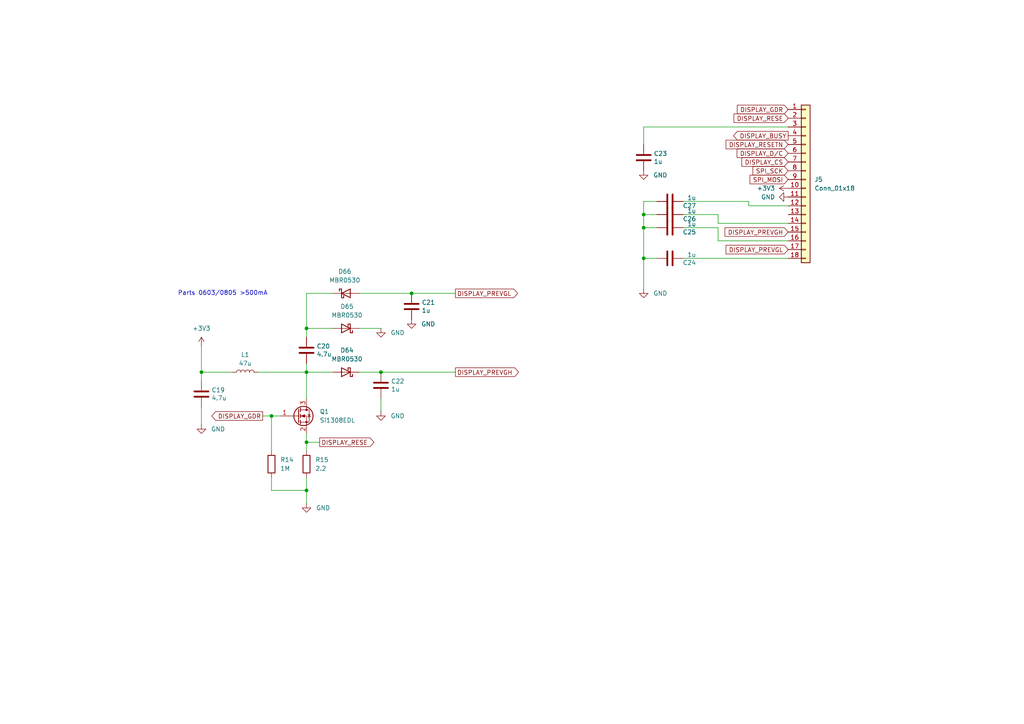
<source format=kicad_sch>
(kicad_sch (version 20250114) (generator "eeschema") (generator_version "9.0")
  (paper "A4")
  (lib_symbols
    (symbol "Connector_Generic:Conn_01x18" (pin_names (offset 1.016) (hide yes))
      (property "Reference" "J" (at 0 22.86 0))
      (property "Value" "Conn_01x18" (at 0 -25.4 0))
      (symbol "Conn_01x18_1_1"
        (rectangle (start -1.27 21.59) (end 1.27 -24.13) (stroke (width 0.254)) (fill (type background)))
        (rectangle (start -1.27 20.447) (end 0 20.193) (stroke (width 0.1524)))
        (rectangle (start -1.27 17.907) (end 0 17.653) (stroke (width 0.1524)))
        (rectangle (start -1.27 15.367) (end 0 15.113) (stroke (width 0.1524)))
        (rectangle (start -1.27 12.827) (end 0 12.573) (stroke (width 0.1524)))
        (rectangle (start -1.27 10.287) (end 0 10.033) (stroke (width 0.1524)))
        (rectangle (start -1.27 7.747) (end 0 7.493) (stroke (width 0.1524)))
        (rectangle (start -1.27 5.207) (end 0 4.953) (stroke (width 0.1524)))
        (rectangle (start -1.27 2.667) (end 0 2.413) (stroke (width 0.1524)))
        (rectangle (start -1.27 0.127) (end 0 -0.127) (stroke (width 0.1524)))
        (rectangle (start -1.27 -2.413) (end 0 -2.667) (stroke (width 0.1524)))
        (rectangle (start -1.27 -4.953) (end 0 -5.207) (stroke (width 0.1524)))
        (rectangle (start -1.27 -7.493) (end 0 -7.747) (stroke (width 0.1524)))
        (rectangle (start -1.27 -10.033) (end 0 -10.287) (stroke (width 0.1524)))
        (rectangle (start -1.27 -12.573) (end 0 -12.827) (stroke (width 0.1524)))
        (rectangle (start -1.27 -15.113) (end 0 -15.367) (stroke (width 0.1524)))
        (rectangle (start -1.27 -17.653) (end 0 -17.907) (stroke (width 0.1524)))
        (rectangle (start -1.27 -20.193) (end 0 -20.447) (stroke (width 0.1524)))
        (rectangle (start -1.27 -22.733) (end 0 -22.987) (stroke (width 0.1524)))
        (pin passive line (at -5.08 20.32 0) (length 3.81) (name "Pin_1") (number "1"))
        (pin passive line (at -5.08 17.78 0) (length 3.81) (name "Pin_2") (number "2"))
        (pin passive line (at -5.08 15.24 0) (length 3.81) (name "Pin_3") (number "3"))
        (pin passive line (at -5.08 12.7 0) (length 3.81) (name "Pin_4") (number "4"))
        (pin passive line (at -5.08 10.16 0) (length 3.81) (name "Pin_5") (number "5"))
        (pin passive line (at -5.08 7.62 0) (length 3.81) (name "Pin_6") (number "6"))
        (pin passive line (at -5.08 5.08 0) (length 3.81) (name "Pin_7") (number "7"))
        (pin passive line (at -5.08 2.54 0) (length 3.81) (name "Pin_8") (number "8"))
        (pin passive line (at -5.08 0 0) (length 3.81) (name "Pin_9") (number "9"))
        (pin passive line (at -5.08 -2.54 0) (length 3.81) (name "Pin_10") (number "10"))
        (pin passive line (at -5.08 -5.08 0) (length 3.81) (name "Pin_11") (number "11"))
        (pin passive line (at -5.08 -7.62 0) (length 3.81) (name "Pin_12") (number "12"))
        (pin passive line (at -5.08 -10.16 0) (length 3.81) (name "Pin_13") (number "13"))
        (pin passive line (at -5.08 -12.7 0) (length 3.81) (name "Pin_14") (number "14"))
        (pin passive line (at -5.08 -15.24 0) (length 3.81) (name "Pin_15") (number "15"))
        (pin passive line (at -5.08 -17.78 0) (length 3.81) (name "Pin_16") (number "16"))
        (pin passive line (at -5.08 -20.32 0) (length 3.81) (name "Pin_17") (number "17"))
        (pin passive line (at -5.08 -22.86 0) (length 3.81) (name "Pin_18") (number "18"))
      )
    )
    (symbol "Device:C" (pin_numbers (hide yes)) (pin_names (offset 0.254))
      (property "Reference" "C" (at 0.635 2.54 0))
      (property "Value" "C" (at 0.635 -2.54 0))
      (symbol "C_0_1"
        (polyline (pts (xy -2.032 0.762) (xy 2.032 0.762)) (stroke (width 0.508)))
        (polyline (pts (xy -2.032 -0.762) (xy 2.032 -0.762)) (stroke (width 0.508)))
      )
      (symbol "C_1_1"
        (pin passive line (at 0 3.81 270) (length 2.794) (name "~") (number "1"))
        (pin passive line (at 0 -3.81 90) (length 2.794) (name "~") (number "2"))
      )
    )
    (symbol "Device:L" (pin_numbers (hide yes)) (pin_names (offset 1.016) (hide yes))
      (property "Reference" "L" (at -1.27 0 90))
      (property "Value" "L" (at 1.905 0 90))
      (symbol "L_0_1"
        (arc (start 0 2.54) (mid 0.6323 1.905) (end 0 1.27))
        (arc (start 0 1.27) (mid 0.6323 0.635) (end 0 0))
        (arc (start 0 0) (mid 0.6323 -0.635) (end 0 -1.27))
        (arc (start 0 -1.27) (mid 0.6323 -1.905) (end 0 -2.54))
      )
      (symbol "L_1_1"
        (pin passive line (at 0 3.81 270) (length 1.27) (name "1") (number "1"))
        (pin passive line (at 0 -3.81 90) (length 1.27) (name "2") (number "2"))
      )
    )
    (symbol "Device:R" (pin_numbers (hide yes)) (pin_names (offset 0))
      (property "Reference" "R" (at 2.032 0 90))
      (property "Value" "R" (at 0 0 90))
      (symbol "R_0_1"
        (rectangle (start -1.016 -2.54) (end 1.016 2.54) (stroke (width 0.254)))
      )
      (symbol "R_1_1"
        (pin passive line (at 0 3.81 270) (length 1.27) (name "~") (number "1"))
        (pin passive line (at 0 -3.81 90) (length 1.27) (name "~") (number "2"))
      )
    )
    (symbol "Diode:MBR0530" (pin_numbers (hide yes)) (pin_names (offset 1.016) (hide yes))
      (property "Reference" "D" (at 0 2.54 0))
      (property "Value" "MBR0530" (at 0 -2.54 0))
      (symbol "MBR0530_0_1"
        (polyline (pts (xy -1.905 0.635) (xy -1.905 1.27) (xy -1.27 1.27) (xy -1.27 -1.27) (xy -0.635 -1.27) (xy -0.635 -0.635)) (stroke (width 0.254)))
        (polyline (pts (xy 1.27 1.27) (xy 1.27 -1.27) (xy -1.27 0) (xy 1.27 1.27)) (stroke (width 0.254)))
        (polyline (pts (xy 1.27 0) (xy -1.27 0)))
      )
      (symbol "MBR0530_1_1"
        (pin passive line (at -3.81 0 0) (length 2.54) (name "K") (number "1"))
        (pin passive line (at 3.81 0 180) (length 2.54) (name "A") (number "2"))
      )
    )
    (symbol "GND_1" (power) (pin_numbers (hide yes)) (pin_names (offset 0) (hide yes))
      (property "Value" "GND" (at 0 -3.81 0))
      (symbol "GND_1_0_1"
        (polyline (pts (xy 0 0) (xy 0 -1.27) (xy 1.27 -1.27) (xy 0 -2.54) (xy -1.27 -1.27) (xy 0 -1.27)))
      )
      (symbol "GND_1_1_1"
        (pin power_in line (at 0 0 270) (length 0) (name "~") (number "1"))
      )
    )
    (symbol "Transistor_FET:Si1308EDL" (pin_names (offset 0) (hide yes))
      (property "Reference" "Q" (at 5.08 1.905 0))
      (property "Value" "Si1308EDL" (at 5.08 0 0))
      (symbol "Si1308EDL_0_1"
        (polyline (pts (xy 0.254 1.905) (xy 0.254 -1.905)) (stroke (width 0.254)))
        (polyline (pts (xy 0.254 0) (xy -2.54 0)))
        (polyline (pts (xy 0.762 2.286) (xy 0.762 1.27)) (stroke (width 0.254)))
        (polyline (pts (xy 0.762 0.508) (xy 0.762 -0.508)) (stroke (width 0.254)))
        (polyline (pts (xy 0.762 -1.27) (xy 0.762 -2.286)) (stroke (width 0.254)))
        (polyline (pts (xy 0.762 -1.778) (xy 3.302 -1.778) (xy 3.302 1.778) (xy 0.762 1.778)))
        (polyline (pts (xy 1.016 0) (xy 2.032 0.381) (xy 2.032 -0.381) (xy 1.016 0)) (fill (type outline)))
        (circle (center 1.651 0) (radius 2.794) (stroke (width 0.254)))
        (polyline (pts (xy 2.54 2.54) (xy 2.54 1.778)))
        (circle (center 2.54 1.778) (radius 0.254) (fill (type outline)))
        (circle (center 2.54 -1.778) (radius 0.254) (fill (type outline)))
        (polyline (pts (xy 2.54 -2.54) (xy 2.54 0) (xy 0.762 0)))
        (polyline (pts (xy 2.921 0.381) (xy 3.683 0.381)))
        (polyline (pts (xy 3.302 0.381) (xy 2.921 -0.254) (xy 3.683 -0.254) (xy 3.302 0.381)))
      )
      (symbol "Si1308EDL_1_1"
        (pin input line (at -5.08 0 0) (length 2.54) (name "G") (number "1"))
        (pin passive line (at 2.54 5.08 270) (length 2.54) (name "D") (number "3"))
        (pin passive line (at 2.54 -5.08 90) (length 2.54) (name "S") (number "2"))
      )
    )
    (symbol "power:+3V3" (power) (pin_names (offset 0))
      (property "Value" "+3V3" (at 0 3.556 0))
      (symbol "+3V3_0_1"
        (polyline (pts (xy -0.762 1.27) (xy 0 2.54)))
        (polyline (pts (xy 0 2.54) (xy 0.762 1.27)))
        (polyline (pts (xy 0 0) (xy 0 2.54)))
      )
      (symbol "+3V3_1_1"
        (pin power_in line (at 0 0 90) (length 0) (hide yes) (name "+3V3") (number "1"))
      )
    )
  )
  (text "Parts 0603/0805 >500mA" (at 51.562 85.852 0) (effects (font (size 1.27 1.27)) (justify left bottom)))
  (junction (at 110.49 107.95))
  (junction (at 119.38 85.09))
  (junction (at 88.9 128.27))
  (junction (at 88.9 95.25))
  (junction (at 186.69 74.93))
  (junction (at 88.9 107.95))
  (junction (at 58.42 107.95))
  (junction (at 186.69 62.23))
  (junction (at 88.9 142.24))
  (junction (at 186.69 66.04))
  (junction (at 78.74 120.65))
  (wire (pts (xy 88.9 125.73) (xy 88.9 128.27)))
  (wire (pts (xy 88.9 95.25) (xy 88.9 97.79)))
  (wire (pts (xy 186.69 66.04) (xy 190.5 66.04)))
  (wire (pts (xy 186.69 66.04) (xy 186.69 74.93)))
  (wire (pts (xy 58.42 107.95) (xy 58.42 110.49)))
  (wire (pts (xy 88.9 85.09) (xy 88.9 95.25)))
  (wire (pts (xy 96.52 95.25) (xy 88.9 95.25)))
  (wire (pts (xy 96.52 85.09) (xy 88.9 85.09)))
  (wire (pts (xy 58.42 118.11) (xy 58.42 123.19)))
  (wire (pts (xy 228.6 74.93) (xy 198.12 74.93)))
  (wire (pts (xy 119.38 85.09) (xy 132.08 85.09)))
  (wire (pts (xy 88.9 142.24) (xy 88.9 146.05)))
  (wire (pts (xy 104.14 95.25) (xy 110.49 95.25)))
  (wire (pts (xy 186.69 62.23) (xy 186.69 66.04)))
  (wire (pts (xy 208.28 64.77) (xy 228.6 64.77)))
  (wire (pts (xy 67.31 107.95) (xy 58.42 107.95)))
  (wire (pts (xy 76.2 120.65) (xy 78.74 120.65)))
  (wire (pts (xy 78.74 120.65) (xy 78.74 130.81)))
  (wire (pts (xy 228.6 69.85) (xy 208.28 69.85)))
  (wire (pts (xy 208.28 66.04) (xy 198.12 66.04)))
  (wire (pts (xy 186.69 62.23) (xy 190.5 62.23)))
  (wire (pts (xy 88.9 107.95) (xy 96.52 107.95)))
  (wire (pts (xy 58.42 107.95) (xy 58.42 100.33)))
  (wire (pts (xy 186.69 58.42) (xy 190.5 58.42)))
  (wire (pts (xy 104.14 107.95) (xy 110.49 107.95)))
  (wire (pts (xy 78.74 138.43) (xy 78.74 142.24)))
  (wire (pts (xy 186.69 58.42) (xy 186.69 62.23)))
  (wire (pts (xy 88.9 128.27) (xy 92.71 128.27)))
  (wire (pts (xy 88.9 142.24) (xy 88.9 138.43)))
  (wire (pts (xy 110.49 107.95) (xy 132.08 107.95)))
  (wire (pts (xy 198.12 62.23) (xy 208.28 62.23)))
  (wire (pts (xy 186.69 36.83) (xy 186.69 41.91)))
  (wire (pts (xy 190.5 74.93) (xy 186.69 74.93)))
  (wire (pts (xy 228.6 36.83) (xy 186.69 36.83)))
  (wire (pts (xy 88.9 105.41) (xy 88.9 107.95)))
  (wire (pts (xy 110.49 115.57) (xy 110.49 119.38)))
  (wire (pts (xy 228.6 59.69) (xy 217.17 59.69)))
  (wire (pts (xy 74.93 107.95) (xy 88.9 107.95)))
  (wire (pts (xy 88.9 128.27) (xy 88.9 130.81)))
  (wire (pts (xy 88.9 107.95) (xy 88.9 115.57)))
  (wire (pts (xy 104.14 85.09) (xy 119.38 85.09)))
  (wire (pts (xy 198.12 58.42) (xy 217.17 58.42)))
  (wire (pts (xy 217.17 58.42) (xy 217.17 59.69)))
  (wire (pts (xy 208.28 69.85) (xy 208.28 66.04)))
  (wire (pts (xy 186.69 74.93) (xy 186.69 83.82)))
  (wire (pts (xy 78.74 120.65) (xy 81.28 120.65)))
  (wire (pts (xy 208.28 62.23) (xy 208.28 64.77)))
  (wire (pts (xy 78.74 142.24) (xy 88.9 142.24)))
  (global_label "DISPLAY_RESE" (shape output) (at 92.71 128.27 0) (property "Intersheetrefs" "${INTERSHEET_REFS}" (effects (hide yes))))
  (global_label "SPI_SCK" (shape input) (at 228.6 49.53 180) (property "Intersheetrefs" "${INTERSHEET_REFS}" (effects (hide yes))))
  (global_label "DISPLAY_PREVGL" (shape input) (at 228.6 72.39 180) (property "Intersheetrefs" "${INTERSHEET_REFS}" (effects (hide yes))))
  (global_label "DISPLAY_PREVGH" (shape input) (at 228.6 67.31 180) (property "Intersheetrefs" "${INTERSHEET_REFS}" (effects (hide yes))))
  (global_label "DISPLAY_D{slash}C" (shape input) (at 228.6 44.45 180) (property "Intersheetrefs" "${INTERSHEET_REFS}" (effects (hide yes))))
  (global_label "DISPLAY_GDR" (shape input) (at 228.6 31.75 180) (property "Intersheetrefs" "${INTERSHEET_REFS}" (effects (hide yes))))
  (global_label "DISPLAY_CS" (shape input) (at 228.6 46.99 180) (property "Intersheetrefs" "${INTERSHEET_REFS}" (effects (hide yes))))
  (global_label "DISPLAY_RESETN" (shape input) (at 228.6 41.91 180) (property "Intersheetrefs" "${INTERSHEET_REFS}" (effects (hide yes))))
  (global_label "DISPLAY_PREVGL" (shape output) (at 132.08 85.09 0) (property "Intersheetrefs" "${INTERSHEET_REFS}" (effects (hide yes))))
  (global_label "SPI_MOSI" (shape input) (at 228.6 52.07 180) (property "Intersheetrefs" "${INTERSHEET_REFS}" (effects (hide yes))))
  (global_label "DISPLAY_RESE" (shape input) (at 228.6 34.29 180) (property "Intersheetrefs" "${INTERSHEET_REFS}" (effects (hide yes))))
  (global_label "DISPLAY_GDR" (shape output) (at 76.2 120.65 180) (property "Intersheetrefs" "${INTERSHEET_REFS}" (effects (hide yes))))
  (global_label "DISPLAY_BUSY" (shape output) (at 228.6 39.37 180) (property "Intersheetrefs" "${INTERSHEET_REFS}" (effects (hide yes))))
  (global_label "DISPLAY_PREVGH" (shape output) (at 132.08 107.95 0) (property "Intersheetrefs" "${INTERSHEET_REFS}" (effects (hide yes))))
  (symbol (lib_id "Device:C") (at 194.31 74.93 90) (unit 1)
    (property "Reference" "C24" (at 201.93 76.2 90) (effects (justify left)))
    (property "Value" "1u" (at 201.93 73.8886 90) (effects (justify left)))
    (property "Footprint" "Capacitor_SMD:C_0603_1608Metric" (effects (hide yes)))
  )
  (symbol (lib_id "Connector_Generic:Conn_01x18") (at 233.68 52.07 0) (unit 1)
    (property "Reference" "J5" (at 236.22 52.0699 0) (effects (justify left)))
    (property "Value" "Conn_01x18" (at 236.22 54.6099 0) (effects (justify left)))
    (property "Description" "Generic connector, single row, 01x18, script generated (kicad-library-utils/schlib/autogen/connector/)" (effects (hide yes)))
  )
  (symbol (lib_name "GND_1") (lib_id "power:GND") (at 228.6 57.15 270) (unit 1)
    (property "Reference" "#PWR041" (effects (hide yes)))
    (property "Value" "GND" (at 222.758 57.15 90))
    (property "Description" "Power symbol creates a global label with name \"GND\" , ground" (effects (hide yes)))
  )
  (symbol (lib_id "Device:C") (at 186.69 45.72 0) (unit 1)
    (property "Reference" "C23" (at 189.611 44.5516 0) (effects (justify left)))
    (property "Value" "1u" (at 189.611 46.863 0) (effects (justify left)))
    (property "Footprint" "Capacitor_SMD:C_0603_1608Metric" (effects (hide yes)))
  )
  (symbol (lib_id "Diode:MBR0530") (at 100.33 95.25 180) (unit 1)
    (property "Reference" "D65" (at 100.6475 88.9 0))
    (property "Value" "MBR0530" (at 100.6475 91.44 0))
    (property "Footprint" "Diode_SMD:D_SOD-123" (effects (hide yes)))
    (property "Datasheet" "http://www.mccsemi.com/up_pdf/MBR0520~MBR0580(SOD123).pdf" (effects (hide yes)))
    (property "Description" "30V 0.5A Schottky Power Rectifier Diode, SOD-123" (effects (hide yes)))
  )
  (symbol (lib_name "GND_1") (lib_id "power:GND") (at 186.69 83.82 0) (unit 1)
    (property "Reference" "#PWR043" (effects (hide yes)))
    (property "Value" "GND" (at 191.516 85.09 0))
    (property "Description" "Power symbol creates a global label with name \"GND\" , ground" (effects (hide yes)))
  )
  (symbol (lib_name "GND_1") (lib_id "power:GND") (at 110.49 95.25 0) (unit 1)
    (property "Reference" "#PWR039" (effects (hide yes)))
    (property "Value" "GND" (at 115.316 96.52 0))
    (property "Description" "Power symbol creates a global label with name \"GND\" , ground" (effects (hide yes)))
  )
  (symbol (lib_id "Transistor_FET:Si1308EDL") (at 86.36 120.65 0) (unit 1)
    (property "Reference" "Q1" (at 92.71 119.3799 0) (effects (justify left)))
    (property "Value" "Si1308EDL" (at 92.71 121.9199 0) (effects (justify left)))
    (property "Footprint" "Package_TO_SOT_SMD:SOT-323_SC-70" (effects (hide yes)))
    (property "Datasheet" "https://www.vishay.com/docs/63399/si1308edl.pdf" (effects (hide yes)))
    (property "Description" "30V Vds, 1.4A Id, N-Channel MOSFET, SC-70" (effects (hide yes)))
  )
  (symbol (lib_name "GND_1") (lib_id "power:GND") (at 110.49 119.38 0) (unit 1)
    (property "Reference" "#PWR040" (effects (hide yes)))
    (property "Value" "GND" (at 115.316 120.65 0))
    (property "Description" "Power symbol creates a global label with name \"GND\" , ground" (effects (hide yes)))
  )
  (symbol (lib_id "Device:C") (at 194.31 66.04 90) (unit 1)
    (property "Reference" "C25" (at 201.93 67.31 90) (effects (justify left)))
    (property "Value" "1u" (at 201.93 64.9986 90) (effects (justify left)))
    (property "Footprint" "Capacitor_SMD:C_0603_1608Metric" (effects (hide yes)))
  )
  (symbol (lib_id "Device:C") (at 58.42 114.3 0) (unit 1)
    (property "Reference" "C19" (at 61.341 113.1316 0) (effects (justify left)))
    (property "Value" "4.7u" (at 61.341 115.443 0) (effects (justify left)))
    (property "Footprint" "Capacitor_SMD:C_0603_1608Metric" (effects (hide yes)))
  )
  (symbol (lib_id "Device:C") (at 110.49 111.76 0) (unit 1)
    (property "Reference" "C22" (at 113.411 110.5916 0) (effects (justify left)))
    (property "Value" "1u" (at 113.411 112.903 0) (effects (justify left)))
    (property "Footprint" "Capacitor_SMD:C_0603_1608Metric" (effects (hide yes)))
  )
  (symbol (lib_id "Device:R") (at 88.9 134.62 0) (unit 1)
    (property "Reference" "R15" (at 91.44 133.3499 0) (effects (justify left)))
    (property "Value" "2.2" (at 91.44 135.8899 0) (effects (justify left)))
    (property "Footprint" "Resistor_SMD:R_0603_1608Metric" (effects (hide yes)))
    (property "Description" "Resistor" (effects (hide yes)))
  )
  (symbol (lib_name "GND_1") (lib_id "power:GND") (at 88.9 146.05 0) (unit 1)
    (property "Reference" "#PWR047" (effects (hide yes)))
    (property "Value" "GND" (at 93.726 147.32 0))
    (property "Description" "Power symbol creates a global label with name \"GND\" , ground" (effects (hide yes)))
  )
  (symbol (lib_id "Device:C") (at 194.31 62.23 90) (unit 1)
    (property "Reference" "C26" (at 201.93 63.5 90) (effects (justify left)))
    (property "Value" "1u" (at 201.93 61.1886 90) (effects (justify left)))
    (property "Footprint" "Capacitor_SMD:C_0603_1608Metric" (effects (hide yes)))
  )
  (symbol (lib_name "GND_1") (lib_id "power:GND") (at 58.42 123.19 0) (unit 1)
    (property "Reference" "#PWR037" (effects (hide yes)))
    (property "Value" "GND" (at 63.246 124.46 0))
    (property "Description" "Power symbol creates a global label with name \"GND\" , ground" (effects (hide yes)))
  )
  (symbol (lib_name "GND_1") (lib_id "power:GND") (at 186.69 49.53 0) (unit 1)
    (property "Reference" "#PWR042" (effects (hide yes)))
    (property "Value" "GND" (at 191.516 50.8 0))
    (property "Description" "Power symbol creates a global label with name \"GND\" , ground" (effects (hide yes)))
  )
  (symbol (lib_id "power:+3V3") (at 228.6 54.61 90) (unit 1)
    (property "Reference" "#PWR035" (effects (hide yes)))
    (property "Value" "+3V3" (at 224.79 54.6099 90) (effects (justify left)))
    (property "Description" "Power symbol creates a global label with name \"+3V3\"" (effects (hide yes)))
  )
  (symbol (lib_id "power:+3V3") (at 58.42 100.33 0) (unit 1)
    (property "Reference" "#PWR036" (effects (hide yes)))
    (property "Value" "+3V3" (at 58.42 95.25 0))
    (property "Description" "Power symbol creates a global label with name \"+3V3\"" (effects (hide yes)))
  )
  (symbol (lib_name "GND_1") (lib_id "power:GND") (at 119.38 92.71 0) (unit 1)
    (property "Reference" "#PWR038" (effects (hide yes)))
    (property "Value" "GND" (at 124.206 93.98 0))
    (property "Description" "Power symbol creates a global label with name \"GND\" , ground" (effects (hide yes)))
  )
  (symbol (lib_id "Device:C") (at 194.31 58.42 90) (unit 1)
    (property "Reference" "C27" (at 201.93 59.69 90) (effects (justify left)))
    (property "Value" "1u" (at 201.93 57.3786 90) (effects (justify left)))
    (property "Footprint" "Capacitor_SMD:C_0603_1608Metric" (effects (hide yes)))
  )
  (symbol (lib_id "Diode:MBR0530") (at 100.33 85.09 0) (unit 1)
    (property "Reference" "D66" (at 100.0125 78.74 0))
    (property "Value" "MBR0530" (at 100.0125 81.28 0))
    (property "Footprint" "Diode_SMD:D_SOD-123" (effects (hide yes)))
    (property "Datasheet" "http://www.mccsemi.com/up_pdf/MBR0520~MBR0580(SOD123).pdf" (effects (hide yes)))
    (property "Description" "30V 0.5A Schottky Power Rectifier Diode, SOD-123" (effects (hide yes)))
  )
  (symbol (lib_id "Diode:MBR0530") (at 100.33 107.95 180) (unit 1)
    (property "Reference" "D64" (at 100.6475 101.6 0))
    (property "Value" "MBR0530" (at 100.6475 104.14 0))
    (property "Footprint" "Diode_SMD:D_SOD-123" (effects (hide yes)))
    (property "Datasheet" "http://www.mccsemi.com/up_pdf/MBR0520~MBR0580(SOD123).pdf" (effects (hide yes)))
    (property "Description" "30V 0.5A Schottky Power Rectifier Diode, SOD-123" (effects (hide yes)))
  )
  (symbol (lib_id "Device:R") (at 78.74 134.62 0) (unit 1)
    (property "Reference" "R14" (at 81.28 133.3499 0) (effects (justify left)))
    (property "Value" "1M" (at 81.28 135.8899 0) (effects (justify left)))
    (property "Footprint" "Resistor_SMD:R_0603_1608Metric" (effects (hide yes)))
    (property "Description" "Resistor" (effects (hide yes)))
  )
  (symbol (lib_id "Device:L") (at 71.12 107.95 90) (unit 1)
    (property "Reference" "L1" (at 71.12 102.87 90))
    (property "Value" "47u" (at 71.12 105.41 90))
    (property "Description" "Inductor" (effects (hide yes)))
  )
  (symbol (lib_id "Device:C") (at 119.38 88.9 0) (unit 1)
    (property "Reference" "C21" (at 122.301 87.7316 0) (effects (justify left)))
    (property "Value" "1u" (at 122.301 90.043 0) (effects (justify left)))
    (property "Footprint" "Capacitor_SMD:C_0603_1608Metric" (effects (hide yes)))
  )
  (symbol (lib_id "Device:C") (at 88.9 101.6 0) (unit 1)
    (property "Reference" "C20" (at 91.821 100.4316 0) (effects (justify left)))
    (property "Value" "4.7u" (at 91.821 102.743 0) (effects (justify left)))
    (property "Footprint" "Capacitor_SMD:C_0603_1608Metric" (effects (hide yes)))
  )
)
</source>
